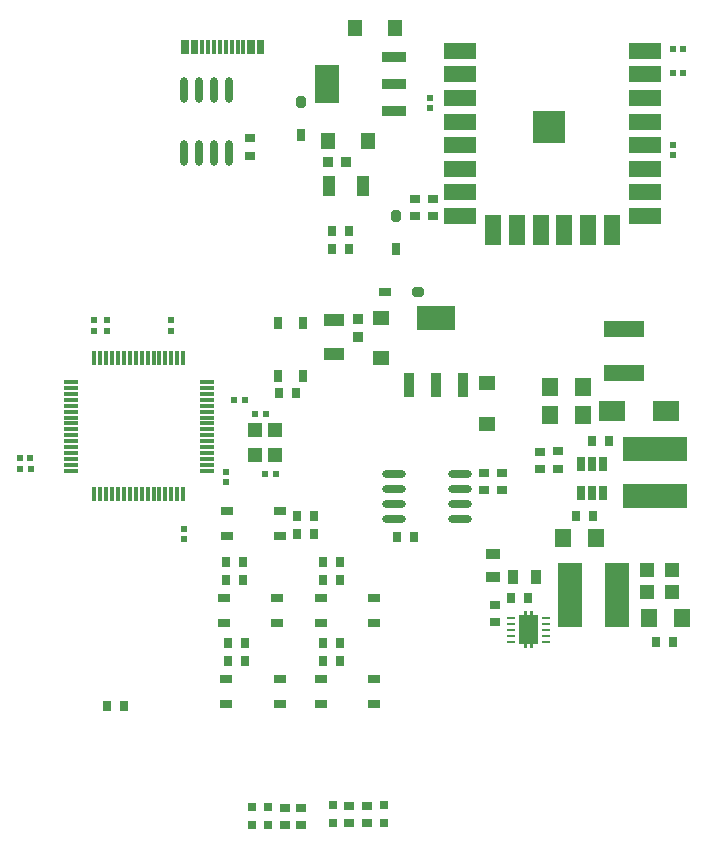
<source format=gtp>
G04*
G04 #@! TF.GenerationSoftware,Altium Limited,Altium Designer,22.0.2 (36)*
G04*
G04 Layer_Color=8421504*
%FSLAX25Y25*%
%MOIN*%
G70*
G04*
G04 #@! TF.SameCoordinates,7F160BED-0690-4144-9330-6DFC8CD618BD*
G04*
G04*
G04 #@! TF.FilePolarity,Positive*
G04*
G01*
G75*
%ADD21R,0.01181X0.04528*%
%ADD22R,0.01180X0.04520*%
%ADD23R,0.03000X0.03000*%
%ADD24R,0.03347X0.02953*%
%ADD25R,0.03940X0.02760*%
%ADD26R,0.02953X0.03347*%
%ADD27R,0.01968X0.01968*%
%ADD28R,0.01968X0.01968*%
%ADD29R,0.13776X0.05538*%
%ADD30R,0.08661X0.06890*%
%ADD31R,0.05512X0.06496*%
%ADD32R,0.21654X0.08465*%
%ADD33R,0.02756X0.05118*%
%ADD34R,0.04724X0.05118*%
%ADD35R,0.08465X0.21654*%
%ADD36R,0.03500X0.05000*%
%ADD37R,0.05000X0.03500*%
%ADD38R,0.02760X0.03940*%
%ADD39R,0.07087X0.04331*%
%ADD40O,0.08000X0.02400*%
%ADD41O,0.03150X0.00984*%
%ADD42R,0.00984X0.09646*%
%ADD43R,0.03150X0.03937*%
G04:AMPARAMS|DCode=44|XSize=39.37mil|YSize=31.5mil|CornerRadius=0mil|HoleSize=0mil|Usage=FLASHONLY|Rotation=90.000|XOffset=0mil|YOffset=0mil|HoleType=Round|Shape=Octagon|*
%AMOCTAGOND44*
4,1,8,0.00787,0.01968,-0.00787,0.01968,-0.01575,0.01181,-0.01575,-0.01181,-0.00787,-0.01968,0.00787,-0.01968,0.01575,-0.01181,0.01575,0.01181,0.00787,0.01968,0.0*
%
%ADD44OCTAGOND44*%

%ADD45R,0.04331X0.07087*%
%ADD46R,0.03543X0.03347*%
%ADD47R,0.04724X0.05512*%
%ADD48R,0.08268X0.12598*%
%ADD49R,0.08268X0.03543*%
%ADD50R,0.05512X0.04724*%
%ADD51R,0.12598X0.08268*%
%ADD52R,0.03543X0.08268*%
%ADD53R,0.03937X0.03150*%
G04:AMPARAMS|DCode=54|XSize=39.37mil|YSize=31.5mil|CornerRadius=0mil|HoleSize=0mil|Usage=FLASHONLY|Rotation=0.000|XOffset=0mil|YOffset=0mil|HoleType=Round|Shape=Octagon|*
%AMOCTAGOND54*
4,1,8,0.01968,-0.00787,0.01968,0.00787,0.01181,0.01575,-0.01181,0.01575,-0.01968,0.00787,-0.01968,-0.00787,-0.01181,-0.01575,0.01181,-0.01575,0.01968,-0.00787,0.0*
%
%ADD54OCTAGOND54*%

%ADD55R,0.03347X0.03543*%
%ADD56R,0.11024X0.05512*%
%ADD57R,0.05512X0.09843*%
%ADD58R,0.11024X0.11024*%
%ADD59R,0.01181X0.04724*%
%ADD60R,0.04724X0.01181*%
%ADD61R,0.04724X0.05118*%
%ADD62O,0.02362X0.08661*%
G36*
X624784Y172354D02*
X626457D01*
Y162709D01*
X624784D01*
Y161331D01*
X623799D01*
Y162709D01*
X622815D01*
Y161331D01*
X621831D01*
Y162709D01*
X620157D01*
Y172354D01*
X621831D01*
Y173732D01*
X622815D01*
Y172354D01*
X623799D01*
Y173732D01*
X624784D01*
Y172354D01*
D02*
G37*
D21*
X534568Y361888D02*
D03*
X533387D02*
D03*
X531418Y361898D02*
D03*
X530237D02*
D03*
X526299Y361880D02*
D03*
X524332Y361889D02*
D03*
X522363Y361882D02*
D03*
X520395Y361888D02*
D03*
X518426Y361882D02*
D03*
X514489D02*
D03*
X512521Y361882D02*
D03*
X511339D02*
D03*
X509371Y361882D02*
D03*
X508190D02*
D03*
D22*
X528268Y361882D02*
D03*
X516457Y361882D02*
D03*
D23*
X575000Y103000D02*
D03*
Y109000D02*
D03*
X558000Y103000D02*
D03*
Y109000D02*
D03*
X536433Y108407D02*
D03*
Y102407D02*
D03*
X531100Y108407D02*
D03*
Y102407D02*
D03*
D24*
X569500Y108854D02*
D03*
Y103146D02*
D03*
X563500Y108854D02*
D03*
Y103146D02*
D03*
X547500Y102553D02*
D03*
Y108261D02*
D03*
X542167Y102553D02*
D03*
Y108261D02*
D03*
X530500Y325646D02*
D03*
Y331354D02*
D03*
X633000Y227000D02*
D03*
Y221291D02*
D03*
X626964Y221244D02*
D03*
Y226952D02*
D03*
X614333Y214146D02*
D03*
Y219854D02*
D03*
X608500Y219854D02*
D03*
Y214146D02*
D03*
X612000Y175854D02*
D03*
Y170146D02*
D03*
X591541Y311266D02*
D03*
Y305558D02*
D03*
X585500Y311209D02*
D03*
Y305500D02*
D03*
D25*
X522640Y198770D02*
D03*
X540360D02*
D03*
Y207230D02*
D03*
X522640D02*
D03*
X522570Y151250D02*
D03*
X540290D02*
D03*
Y142790D02*
D03*
X522570D02*
D03*
X554070Y178250D02*
D03*
X571790D02*
D03*
Y169790D02*
D03*
X554070D02*
D03*
X521715Y178250D02*
D03*
X539435D02*
D03*
Y169790D02*
D03*
X521715D02*
D03*
X554070Y142790D02*
D03*
X571790D02*
D03*
Y151250D02*
D03*
X554070D02*
D03*
D26*
X546146Y205500D02*
D03*
X551854D02*
D03*
X546146Y199500D02*
D03*
X551854D02*
D03*
X540146Y246500D02*
D03*
X545854D02*
D03*
X644291Y230500D02*
D03*
X650000D02*
D03*
X639046Y205500D02*
D03*
X644754D02*
D03*
X665646Y163500D02*
D03*
X671354D02*
D03*
X617500Y178000D02*
D03*
X623209D02*
D03*
X579291Y198500D02*
D03*
X585000D02*
D03*
X523146Y157000D02*
D03*
X528854D02*
D03*
X523146Y163000D02*
D03*
X528854D02*
D03*
X522291Y184000D02*
D03*
X527999D02*
D03*
X522291Y190000D02*
D03*
X527999D02*
D03*
X557646Y294500D02*
D03*
X563354D02*
D03*
X557646Y300500D02*
D03*
X563354D02*
D03*
X560354Y184000D02*
D03*
X554646D02*
D03*
X560354Y190000D02*
D03*
X554646D02*
D03*
X560354Y157000D02*
D03*
X554646D02*
D03*
X560354Y163000D02*
D03*
X554646D02*
D03*
X488354Y142000D02*
D03*
X482646D02*
D03*
D27*
X674847Y361000D02*
D03*
X671500D02*
D03*
X674673Y353000D02*
D03*
X671327D02*
D03*
X528772Y244000D02*
D03*
X525228D02*
D03*
X453728Y221000D02*
D03*
X457272D02*
D03*
X453703Y224960D02*
D03*
X457247D02*
D03*
X535457Y219500D02*
D03*
X539000D02*
D03*
X535772Y239500D02*
D03*
X532228D02*
D03*
D28*
X671500Y325827D02*
D03*
Y329173D02*
D03*
X590500Y341327D02*
D03*
Y344673D02*
D03*
X508500Y197728D02*
D03*
Y201272D02*
D03*
X522500Y216728D02*
D03*
Y220272D02*
D03*
X504000Y270772D02*
D03*
Y267228D02*
D03*
X478500Y270772D02*
D03*
Y267228D02*
D03*
X482694Y270813D02*
D03*
Y267269D02*
D03*
D29*
X655000Y267797D02*
D03*
Y253203D02*
D03*
D30*
X669055Y240500D02*
D03*
X650945D02*
D03*
D31*
X630488Y248500D02*
D03*
X641512D02*
D03*
X630488Y239000D02*
D03*
X641512D02*
D03*
X663476Y171500D02*
D03*
X674500D02*
D03*
X634888Y198000D02*
D03*
X645912D02*
D03*
D32*
X665500Y227874D02*
D03*
Y212126D02*
D03*
D33*
X648240Y213276D02*
D03*
X644500D02*
D03*
X640760D02*
D03*
Y222724D02*
D03*
X644500D02*
D03*
X648240D02*
D03*
D34*
X671134Y180000D02*
D03*
X662866D02*
D03*
X671134Y187500D02*
D03*
X662866D02*
D03*
D35*
X637126Y179000D02*
D03*
X652874D02*
D03*
D36*
X618260Y185000D02*
D03*
X625740D02*
D03*
D37*
X611500Y185260D02*
D03*
Y192740D02*
D03*
D38*
X539770Y269860D02*
D03*
Y252140D02*
D03*
X548230D02*
D03*
Y269860D02*
D03*
D39*
X558500Y270878D02*
D03*
Y259500D02*
D03*
D40*
X600500Y204500D02*
D03*
Y209500D02*
D03*
Y214500D02*
D03*
Y219500D02*
D03*
X578500D02*
D03*
Y214500D02*
D03*
Y209500D02*
D03*
Y204500D02*
D03*
D41*
X617500Y171468D02*
D03*
Y169500D02*
D03*
Y167532D02*
D03*
Y165563D02*
D03*
Y163594D02*
D03*
X629114D02*
D03*
Y165563D02*
D03*
Y167532D02*
D03*
Y169500D02*
D03*
Y171468D02*
D03*
D42*
X623307Y167532D02*
D03*
D43*
X547500Y332488D02*
D03*
X579000Y294488D02*
D03*
D44*
X547500Y343512D02*
D03*
X579000Y305512D02*
D03*
D45*
X556811Y315500D02*
D03*
X568189D02*
D03*
D46*
X562551Y323500D02*
D03*
X556449D02*
D03*
D47*
X565307Y368000D02*
D03*
X578693D02*
D03*
X569693Y330500D02*
D03*
X556307D02*
D03*
D48*
X556034Y349476D02*
D03*
D49*
X578475Y358531D02*
D03*
Y349476D02*
D03*
Y340421D02*
D03*
D50*
X574000Y257996D02*
D03*
Y271382D02*
D03*
X609500Y236307D02*
D03*
Y249693D02*
D03*
D51*
X592476Y271655D02*
D03*
D52*
X601532Y249214D02*
D03*
X592476D02*
D03*
X583421D02*
D03*
D53*
X575488Y280000D02*
D03*
D54*
X586512D02*
D03*
D55*
X566500Y265138D02*
D03*
Y271241D02*
D03*
D56*
X661988Y321220D02*
D03*
Y313346D02*
D03*
Y305472D02*
D03*
X600571D02*
D03*
Y313346D02*
D03*
Y321220D02*
D03*
Y329095D02*
D03*
Y336968D02*
D03*
Y344842D02*
D03*
Y352717D02*
D03*
Y360591D02*
D03*
X661988D02*
D03*
Y352717D02*
D03*
Y344842D02*
D03*
Y336968D02*
D03*
Y329094D02*
D03*
D57*
X619468Y300945D02*
D03*
X611594D02*
D03*
X627342D02*
D03*
X635216D02*
D03*
X643090D02*
D03*
X650964D02*
D03*
D58*
X630000Y335000D02*
D03*
D59*
X508122Y212724D02*
D03*
X506153D02*
D03*
X504185D02*
D03*
X502216D02*
D03*
X500248D02*
D03*
X498279D02*
D03*
X496311D02*
D03*
X494343D02*
D03*
X492374D02*
D03*
X490406D02*
D03*
X488437D02*
D03*
X486469D02*
D03*
X484500D02*
D03*
X482531D02*
D03*
X480563D02*
D03*
X478594D02*
D03*
Y258000D02*
D03*
X480563D02*
D03*
X482531D02*
D03*
X484500D02*
D03*
X486469D02*
D03*
X488437D02*
D03*
X490406D02*
D03*
X492374D02*
D03*
X494343D02*
D03*
X496311D02*
D03*
X498279D02*
D03*
X500248D02*
D03*
X502216D02*
D03*
X504185D02*
D03*
X506153D02*
D03*
X508122D02*
D03*
D60*
X470720Y220598D02*
D03*
Y222567D02*
D03*
Y224535D02*
D03*
Y226504D02*
D03*
Y228472D02*
D03*
Y230441D02*
D03*
Y232410D02*
D03*
Y234378D02*
D03*
Y236347D02*
D03*
Y238315D02*
D03*
Y240283D02*
D03*
Y242252D02*
D03*
Y244220D02*
D03*
Y246189D02*
D03*
Y248158D02*
D03*
Y250126D02*
D03*
X515996D02*
D03*
Y248158D02*
D03*
Y246189D02*
D03*
Y244220D02*
D03*
Y242252D02*
D03*
Y240283D02*
D03*
Y238315D02*
D03*
Y236347D02*
D03*
Y234378D02*
D03*
Y232410D02*
D03*
Y230441D02*
D03*
Y228472D02*
D03*
Y226504D02*
D03*
Y224535D02*
D03*
Y222567D02*
D03*
Y220598D02*
D03*
D61*
X538846Y225866D02*
D03*
Y234134D02*
D03*
X532154D02*
D03*
Y225866D02*
D03*
D62*
X508500Y326602D02*
D03*
X513500D02*
D03*
X518500D02*
D03*
X523500D02*
D03*
X508500Y347500D02*
D03*
X513500D02*
D03*
X518500D02*
D03*
X523500D02*
D03*
M02*

</source>
